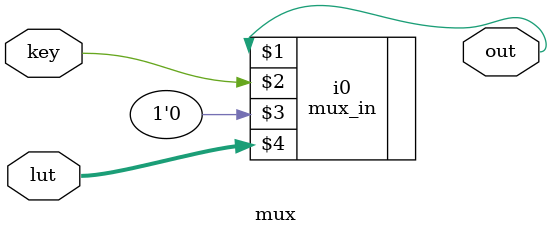
<source format=v>
module mux #(
    parameter NR_KEY   = 2,
    parameter KEY_LEN  = 1,
    parameter DATA_LEN = 1
) (
    output [                   DATA_LEN-1:0] out,
    input  [                    KEY_LEN-1:0] key,
    input  [NR_KEY*(KEY_LEN + DATA_LEN)-1:0] lut
);

    mux_in #(NR_KEY, KEY_LEN, DATA_LEN, 0) i0 (
        out,
        key,
        {DATA_LEN{1'b0}},
        lut
    );

endmodule

</source>
